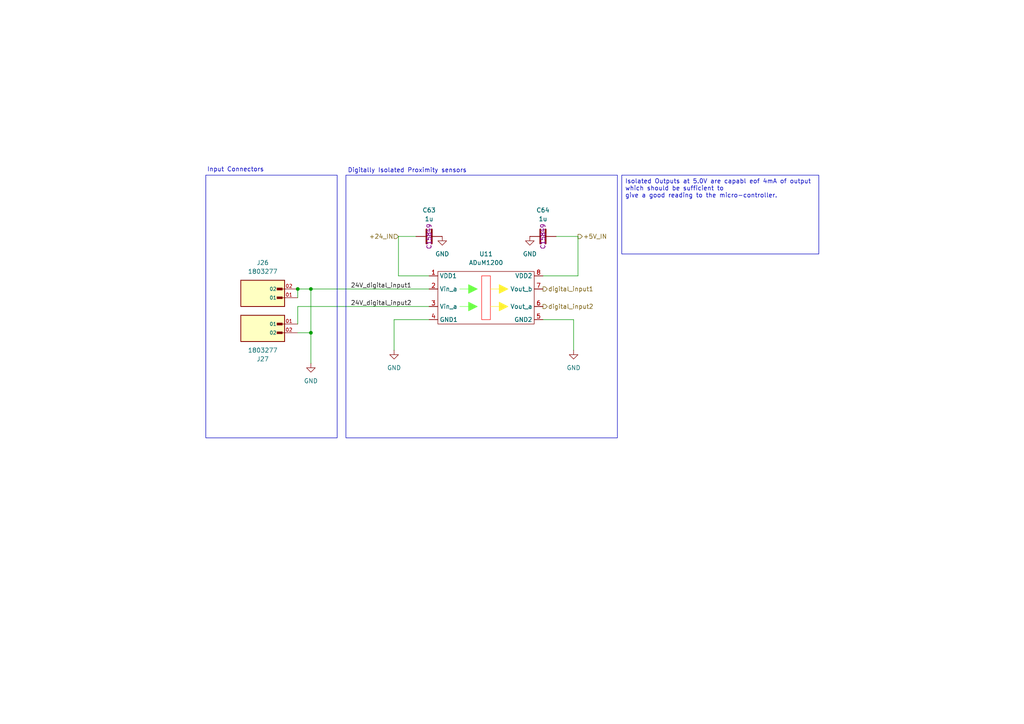
<source format=kicad_sch>
(kicad_sch (version 20250114) (generator "eeschema") (generator_version "9.0")
  (paper "A4")
  (lib_symbols
    (symbol "Device:C" (pin_numbers (hide yes)) (pin_names (offset 0.254))
      (property "Reference" "C" (at 0.635 2.54 0))
      (property "Value" "C" (at 0.635 -2.54 0))
      (symbol "C_0_1"
        (polyline (pts (xy -2.032 0.762) (xy 2.032 0.762)) (stroke (width 0.508)))
        (polyline (pts (xy -2.032 -0.762) (xy 2.032 -0.762)) (stroke (width 0.508)))
      )
      (symbol "C_1_1"
        (pin passive line (at 0 3.81 270) (length 2.794) (name "~") (number "1"))
        (pin passive line (at 0 -3.81 90) (length 2.794) (name "~") (number "2"))
      )
    )
    (symbol "TERM_BLOCK_HDR_2POS_3.81MM:1803277" (pin_names (offset 1.016))
      (property "Reference" "J" (at -6.85 5.08 0))
      (property "Value" "1803277" (at -6.35 -5.08 0))
      (symbol "1803277_0_0"
        (rectangle (start -6.35 -2.54) (end 6.35 5.08) (stroke (width 0.254)) (fill (type background)))
        (rectangle (start -5.715 2.2225) (end -4.1275 2.8575) (stroke (width 0.1)) (fill (type outline)))
        (rectangle (start -5.715 -0.3175) (end -4.1275 0.3175) (stroke (width 0.1)) (fill (type outline)))
        (pin passive line (at -10.16 2.54 0) (length 5.08) (name "01") (number "01"))
        (pin passive line (at -10.16 0 0) (length 5.08) (name "02") (number "02"))
      )
    )
    (symbol "mega_shield:ADUM1200ARZ-RL7"
      (property "Reference" "U" (at 0 0 0))
      (property "Value" "ADuM1200" (at 0 0 0))
      (symbol "ADUM1200ARZ-RL7_0_1"
        (rectangle (start -13.97 7.62) (end 13.97 -7.62))
      )
      (symbol "ADUM1200ARZ-RL7_1_1"
        (polyline (pts (xy -5.08 2.54) (xy -7.62 2.54)) (stroke (width 0) (color 107 255 69 1)))
        (polyline (pts (xy -5.08 -2.54) (xy -7.62 -2.54)) (stroke (width 0) (color 107 255 69 1)))
        (polyline (pts (xy -2.54 2.54) (xy -5.08 3.81) (xy -5.08 1.27) (xy -2.54 2.54)) (stroke (width 0) (color 107 255 69 1)) (fill (type color) (color 107 255 69 1)))
        (polyline (pts (xy -2.54 -2.54) (xy -5.08 -1.27) (xy -5.08 -3.81) (xy -2.54 -2.54)) (stroke (width 0) (color 107 255 69 1)) (fill (type color) (color 107 255 69 1)))
        (rectangle (start -1.27 6.35) (end 1.27 -6.35) (stroke (width 0) (color 255 14 14 1)))
        (polyline (pts (xy 3.81 2.54) (xy 1.27 2.54)) (stroke (width 0) (color 255 239 51 1)))
        (polyline (pts (xy 3.81 -2.54) (xy 1.27 -2.54)) (stroke (width 0) (color 255 239 51 1)))
        (polyline (pts (xy 6.35 2.54) (xy 3.81 3.81) (xy 3.81 1.27) (xy 6.35 2.54)) (stroke (width 0) (color 255 239 51 1)) (fill (type color) (color 255 239 51 1)))
        (polyline (pts (xy 6.35 -2.54) (xy 3.81 -1.27) (xy 3.81 -3.81) (xy 6.35 -2.54)) (stroke (width 0) (color 255 239 51 1)) (fill (type color) (color 255 239 51 1)))
        (pin power_in line (at -16.51 6.35 0) (length 2.54) (name "VDD1") (number "1"))
        (pin input line (at -16.51 2.54 0) (length 2.54) (name "Vin_a") (number "2"))
        (pin input line (at -16.51 -2.54 0) (length 2.54) (name "Vin_a") (number "3"))
        (pin power_in line (at -16.51 -6.35 0) (length 2.54) (name "GND1") (number "4"))
        (pin power_in line (at 16.51 6.35 180) (length 2.54) (name "VDD2") (number "8"))
        (pin output line (at 16.51 2.54 180) (length 2.54) (name "Vout_b") (number "7"))
        (pin output line (at 16.51 -2.54 180) (length 2.54) (name "Vout_a") (number "6"))
        (pin power_in line (at 16.51 -6.35 180) (length 2.54) (name "GND2") (number "5"))
      )
    )
    (symbol "power:GND" (power) (pin_numbers (hide yes)) (pin_names (offset 0) (hide yes))
      (property "Value" "GND" (at 0 -3.81 0))
      (symbol "GND_0_1"
        (polyline (pts (xy 0 0) (xy 0 -1.27) (xy 1.27 -1.27) (xy 0 -2.54) (xy -1.27 -1.27) (xy 0 -1.27)))
      )
      (symbol "GND_1_1"
        (pin power_in line (at 0 0 270) (length 0) (name "~") (number "1"))
      )
    )
  )
  (rectangle (start 100.33 50.8) (end 179.07 127))
  (rectangle (start 59.69 50.8) (end 97.79 127))
  (text "Input Connectors" (at 68.326 49.276 0) (effects (font (size 1.27 1.27))))
  (text "Digitally Isolated Proximity sensors" (at 118.11 49.53 0) (effects (font (size 1.27 1.27))))
  (text_box "Isolated Outputs at 5.0V are capabl eof 4mA of output which should be sufficient to\ngive a good reading to the micro-controller." (at 180.34 50.8 0) (size 57.15 22.86) (margins 0.9525 0.9525 0.9525 0.9525) (effects (font (size 1.27 1.27)) (justify left top)))
  (junction (at 86.36 83.82))
  (junction (at 90.17 96.52))
  (junction (at 90.17 83.82))
  (wire (pts (xy 157.48 92.71) (xy 166.37 92.71)))
  (wire (pts (xy 86.36 88.9) (xy 124.46 88.9)))
  (wire (pts (xy 114.3 92.71) (xy 114.3 101.6)))
  (wire (pts (xy 90.17 83.82) (xy 86.36 83.82)))
  (wire (pts (xy 115.57 80.01) (xy 124.46 80.01)))
  (wire (pts (xy 161.29 68.58) (xy 167.64 68.58)))
  (wire (pts (xy 124.46 92.71) (xy 114.3 92.71)))
  (wire (pts (xy 166.37 101.6) (xy 166.37 92.71)))
  (wire (pts (xy 86.36 83.82) (xy 86.36 86.36)))
  (wire (pts (xy 120.65 68.58) (xy 115.57 68.58)))
  (wire (pts (xy 115.57 68.58) (xy 115.57 80.01)))
  (wire (pts (xy 86.36 88.9) (xy 86.36 93.98)))
  (wire (pts (xy 90.17 83.82) (xy 124.46 83.82)))
  (wire (pts (xy 90.17 83.82) (xy 90.17 96.52)))
  (wire (pts (xy 167.64 68.58) (xy 167.64 80.01)))
  (wire (pts (xy 86.36 96.52) (xy 90.17 96.52)))
  (wire (pts (xy 157.48 80.01) (xy 167.64 80.01)))
  (wire (pts (xy 90.17 96.52) (xy 90.17 105.41)))
  (label "24V_digital_input1" (at 119.38 83.82 180))
  (label "24V_digital_input2" (at 119.38 88.9 180))
  (hierarchical_label "+5V_IN" (shape output) (at 167.64 68.58 0))
  (hierarchical_label "+24_IN" (shape input) (at 115.57 68.58 180))
  (hierarchical_label "digital_input1" (shape output) (at 157.48 83.82 0))
  (hierarchical_label "digital_input2" (shape output) (at 157.48 88.9 0))
  (symbol (lib_id "power:GND") (at 90.17 105.41 0) (unit 1)
    (property "Reference" "#PWR0189" (effects (hide yes)))
    (property "Value" "GND" (at 90.17 110.49 0))
    (property "Description" "Power symbol creates a global label with name \"GND\" , ground" (effects (hide yes)))
  )
  (symbol (lib_id "power:GND") (at 153.67 68.58 0) (unit 1)
    (property "Reference" "#PWR0181" (effects (hide yes)))
    (property "Value" "GND" (at 153.67 73.66 0))
    (property "Description" "Power symbol creates a global label with name \"GND\" , ground" (effects (hide yes)))
  )
  (symbol (lib_id "Device:C") (at 124.46 68.58 90) (unit 1)
    (property "Reference" "C63" (at 124.46 60.96 90))
    (property "Value" "1u" (at 124.46 63.5 90))
    (property "Footprint" "Capacitor_SMD:C_0201_0603Metric" (effects (hide yes)))
    (property "Description" "Unpolarized capacitor" (effects (hide yes)))
    (property "jlcpcb" "C15849" (at 124.46 68.58 0))
  )
  (symbol (lib_id "power:GND") (at 128.27 68.58 0) (unit 1)
    (property "Reference" "#PWR0180" (effects (hide yes)))
    (property "Value" "GND" (at 128.27 73.66 0))
    (property "Description" "Power symbol creates a global label with name \"GND\" , ground" (effects (hide yes)))
  )
  (symbol (lib_id "mega_shield:ADUM1200ARZ-RL7") (at 140.97 86.36 0) (unit 1)
    (property "Reference" "U11" (at 140.97 73.66 0))
    (property "Value" "ADuM1200" (at 140.97 76.2 0))
    (property "Footprint" "Package_SO:SOIC-8-1EP_3.9x4.9mm_P1.27mm_EP2.29x3mm" (effects (hide yes)))
  )
  (symbol (lib_id "power:GND") (at 166.37 101.6 0) (unit 1)
    (property "Reference" "#PWR0186" (effects (hide yes)))
    (property "Value" "GND" (at 166.37 106.68 0))
    (property "Description" "Power symbol creates a global label with name \"GND\" , ground" (effects (hide yes)))
  )
  (symbol (lib_id "power:GND") (at 114.3 101.6 0) (unit 1)
    (property "Reference" "#PWR0175" (effects (hide yes)))
    (property "Value" "GND" (at 114.3 106.68 0))
    (property "Description" "Power symbol creates a global label with name \"GND\" , ground" (effects (hide yes)))
  )
  (symbol (lib_id "TERM_BLOCK_HDR_2POS_3.81MM:1803277") (at 76.2 83.82 180) (unit 1)
    (property "Reference" "J26" (at 76.2 76.2 0))
    (property "Value" "1803277" (at 76.2 78.74 0))
    (property "Footprint" "footprints:PHOENIX_1803277" (effects (hide yes)))
    (property "SnapEDA_Link" "https://www.snapeda.com/parts/1803277/Phoenix+Contact/view-part/?ref=snap" (effects (hide yes)))
    (property "Description_1" "Pluggable Header 3.81mm 16AWG 160V 8A 2 Position COMBICON MC Series | Phoenix Contact 1803277" (effects (hide yes)))
    (property "Package" "None" (effects (hide yes)))
    (property "Price" "None" (effects (hide yes)))
    (property "MF" "Phoenix Contact" (effects (hide yes)))
    (property "MP" "1803277" (effects (hide yes)))
    (property "Availability" "In Stock" (effects (hide yes)))
    (property "Check_prices" "https://www.snapeda.com/parts/1803277/Phoenix+Contact/view-part/?ref=eda" (effects (hide yes)))
  )
  (symbol (lib_id "Device:C") (at 157.48 68.58 90) (unit 1)
    (property "Reference" "C64" (at 157.48 60.96 90))
    (property "Value" "1u" (at 157.48 63.5 90))
    (property "Footprint" "Capacitor_SMD:C_0201_0603Metric" (effects (hide yes)))
    (property "Description" "Unpolarized capacitor" (effects (hide yes)))
    (property "jlcpcb" "C15849" (at 157.48 68.58 0))
  )
  (symbol (lib_id "TERM_BLOCK_HDR_2POS_3.81MM:1803277") (at 76.2 96.52 0) (mirror y) (unit 1)
    (property "Reference" "J27" (at 76.2 104.14 0))
    (property "Value" "1803277" (at 76.2 101.6 0))
    (property "Footprint" "footprints:PHOENIX_1803277" (effects (hide yes)))
    (property "SnapEDA_Link" "https://www.snapeda.com/parts/1803277/Phoenix+Contact/view-part/?ref=snap" (effects (hide yes)))
    (property "Description_1" "Pluggable Header 3.81mm 16AWG 160V 8A 2 Position COMBICON MC Series | Phoenix Contact 1803277" (effects (hide yes)))
    (property "Package" "None" (effects (hide yes)))
    (property "Price" "None" (effects (hide yes)))
    (property "MF" "Phoenix Contact" (effects (hide yes)))
    (property "MP" "1803277" (effects (hide yes)))
    (property "Availability" "In Stock" (effects (hide yes)))
    (property "Check_prices" "https://www.snapeda.com/parts/1803277/Phoenix+Contact/view-part/?ref=eda" (effects (hide yes)))
  )
)
</source>
